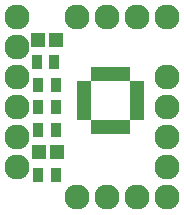
<source format=gts>
G04 #@! TF.FileFunction,Soldermask,Top*
%FSLAX46Y46*%
G04 Gerber Fmt 4.6, Leading zero omitted, Abs format (unit mm)*
G04 Created by KiCad (PCBNEW 4.0.4-stable) date 11/14/16 13:42:01*
%MOMM*%
%LPD*%
G01*
G04 APERTURE LIST*
%ADD10C,0.100000*%
%ADD11R,0.900000X1.300000*%
%ADD12R,1.220000X0.800000*%
%ADD13R,0.800000X1.220000*%
%ADD14C,2.127200*%
%ADD15R,1.200000X1.150000*%
G04 APERTURE END LIST*
D10*
D11*
X145415000Y-77470000D03*
X143915000Y-77470000D03*
D12*
X147900000Y-79400000D03*
X147900000Y-80050000D03*
X147900000Y-80700000D03*
X147900000Y-81350000D03*
X147900000Y-82000000D03*
D13*
X148850000Y-82950000D03*
X149500000Y-82950000D03*
X150150000Y-82950000D03*
X150800000Y-82950000D03*
X151450000Y-82950000D03*
D12*
X152400000Y-82000000D03*
X152400000Y-81350000D03*
X152400000Y-80700000D03*
X152400000Y-80050000D03*
X152400000Y-79400000D03*
D13*
X151450000Y-78450000D03*
X150800000Y-78450000D03*
X150150000Y-78450000D03*
X149500000Y-78450000D03*
X148850000Y-78450000D03*
D11*
X144030000Y-83185000D03*
X145530000Y-83185000D03*
X145530000Y-86995000D03*
X144030000Y-86995000D03*
X145528160Y-81277460D03*
X144028160Y-81277460D03*
X145530000Y-79375000D03*
X144030000Y-79375000D03*
D14*
X142240000Y-76200000D03*
X142240000Y-73660000D03*
X142240000Y-86360000D03*
X142240000Y-78740000D03*
X142240000Y-81280000D03*
X142240000Y-83820000D03*
D15*
X145636660Y-85048952D03*
X144136660Y-85048952D03*
X145530000Y-75565000D03*
X144030000Y-75565000D03*
D14*
X147320000Y-88900000D03*
X149860000Y-88900000D03*
X152400000Y-88900000D03*
X154940000Y-88900000D03*
X154940000Y-86360000D03*
X154940000Y-83820000D03*
X154940000Y-81280000D03*
X154940000Y-78740000D03*
X154940000Y-73660000D03*
X152400000Y-73660000D03*
X149860000Y-73660000D03*
X147320000Y-73660000D03*
M02*

</source>
